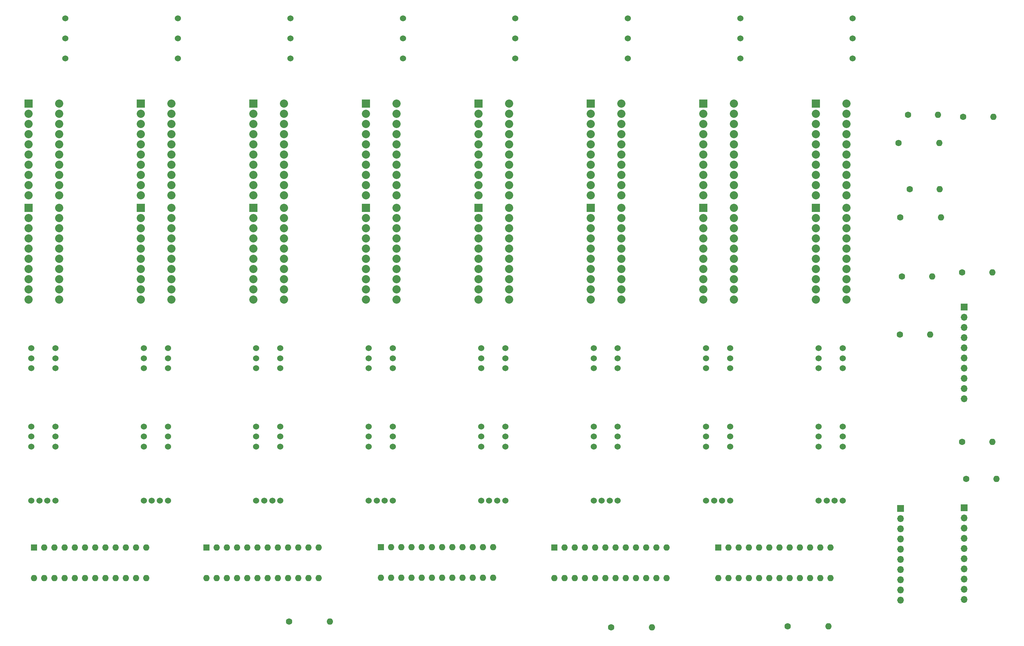
<source format=gbr>
%TF.GenerationSoftware,KiCad,Pcbnew,8.0.6*%
%TF.CreationDate,2024-12-09T18:37:17+11:00*%
%TF.ProjectId,mixer,6d697865-722e-46b6-9963-61645f706362,rev?*%
%TF.SameCoordinates,Original*%
%TF.FileFunction,Soldermask,Bot*%
%TF.FilePolarity,Negative*%
%FSLAX46Y46*%
G04 Gerber Fmt 4.6, Leading zero omitted, Abs format (unit mm)*
G04 Created by KiCad (PCBNEW 8.0.6) date 2024-12-09 18:37:17*
%MOMM*%
%LPD*%
G01*
G04 APERTURE LIST*
%ADD10C,1.524000*%
%ADD11R,2.032000X2.032000*%
%ADD12C,2.032000*%
%ADD13C,1.600000*%
%ADD14O,1.600000X1.600000*%
%ADD15R,1.700000X1.700000*%
%ADD16O,1.700000X1.700000*%
%ADD17R,1.600000X1.600000*%
G04 APERTURE END LIST*
D10*
%TO.C,solo4*%
X172000000Y-136420000D03*
X166000000Y-136420000D03*
X166000000Y-141420000D03*
X172000000Y-141420000D03*
X172000000Y-138920000D03*
X166000000Y-138920000D03*
%TD*%
%TO.C,SW4*%
X174500000Y-64170000D03*
X174500000Y-54170000D03*
X174500000Y-59170000D03*
%TD*%
%TO.C,solo7*%
X256000000Y-136420000D03*
X250000000Y-136420000D03*
X250000000Y-141420000D03*
X256000000Y-141420000D03*
X256000000Y-138920000D03*
X250000000Y-138920000D03*
%TD*%
%TO.C,oled7*%
X250000000Y-174420000D03*
X252000000Y-174420000D03*
X254000000Y-174420000D03*
X256000000Y-174420000D03*
%TD*%
%TO.C,solo5*%
X200000000Y-136420000D03*
X194000000Y-136420000D03*
X194000000Y-141420000D03*
X200000000Y-141420000D03*
X200000000Y-138920000D03*
X194000000Y-138920000D03*
%TD*%
%TO.C,SW7*%
X258500000Y-64170000D03*
X258500000Y-54170000D03*
X258500000Y-59170000D03*
%TD*%
D11*
%TO.C,BAR14*%
X221297500Y-101420000D03*
D12*
X221297500Y-103960000D03*
X221297500Y-106500000D03*
X221297500Y-109040000D03*
X221297500Y-111580000D03*
X221297500Y-114120000D03*
X221297500Y-116660000D03*
X221297500Y-119200000D03*
X221297500Y-121740000D03*
X221297500Y-124280000D03*
X228917500Y-124280000D03*
X228917500Y-121740000D03*
X228917500Y-119200000D03*
X228917500Y-116660000D03*
X228917500Y-114120000D03*
X228917500Y-111580000D03*
X228917500Y-109040000D03*
X228917500Y-106500000D03*
X228917500Y-103960000D03*
X228917500Y-101420000D03*
%TD*%
D11*
%TO.C,BAR10*%
X109297500Y-101420000D03*
D12*
X109297500Y-103960000D03*
X109297500Y-106500000D03*
X109297500Y-109040000D03*
X109297500Y-111580000D03*
X109297500Y-114120000D03*
X109297500Y-116660000D03*
X109297500Y-119200000D03*
X109297500Y-121740000D03*
X109297500Y-124280000D03*
X116917500Y-124280000D03*
X116917500Y-121740000D03*
X116917500Y-119200000D03*
X116917500Y-116660000D03*
X116917500Y-114120000D03*
X116917500Y-111580000D03*
X116917500Y-109040000D03*
X116917500Y-106500000D03*
X116917500Y-103960000D03*
X116917500Y-101420000D03*
%TD*%
D10*
%TO.C,SW8*%
X286500000Y-64170000D03*
X286500000Y-54170000D03*
X286500000Y-59170000D03*
%TD*%
%TO.C,oled3*%
X138000000Y-174420000D03*
X140000000Y-174420000D03*
X142000000Y-174420000D03*
X144000000Y-174420000D03*
%TD*%
%TO.C,oled8*%
X278000000Y-174420000D03*
X280000000Y-174420000D03*
X282000000Y-174420000D03*
X284000000Y-174420000D03*
%TD*%
%TO.C,oled1*%
X82000000Y-174420000D03*
X84000000Y-174420000D03*
X86000000Y-174420000D03*
X88000000Y-174420000D03*
%TD*%
%TO.C,SW5*%
X202500000Y-64170000D03*
X202500000Y-54170000D03*
X202500000Y-59170000D03*
%TD*%
%TO.C,mute9*%
X88000000Y-155920000D03*
X82000000Y-155920000D03*
X82000000Y-160920000D03*
X88000000Y-160920000D03*
X88000000Y-158420000D03*
X82000000Y-158420000D03*
%TD*%
%TO.C,mute12*%
X172000000Y-155920000D03*
X166000000Y-155920000D03*
X166000000Y-160920000D03*
X172000000Y-160920000D03*
X172000000Y-158420000D03*
X166000000Y-158420000D03*
%TD*%
D11*
%TO.C,BAR16*%
X277297500Y-101420000D03*
D12*
X277297500Y-103960000D03*
X277297500Y-106500000D03*
X277297500Y-109040000D03*
X277297500Y-111580000D03*
X277297500Y-114120000D03*
X277297500Y-116660000D03*
X277297500Y-119200000D03*
X277297500Y-121740000D03*
X277297500Y-124280000D03*
X284917500Y-124280000D03*
X284917500Y-121740000D03*
X284917500Y-119200000D03*
X284917500Y-116660000D03*
X284917500Y-114120000D03*
X284917500Y-111580000D03*
X284917500Y-109040000D03*
X284917500Y-106500000D03*
X284917500Y-103960000D03*
X284917500Y-101420000D03*
%TD*%
D13*
%TO.C,C1*%
X300670000Y-96750000D03*
D14*
X308170000Y-96750000D03*
%TD*%
D13*
%TO.C,C2*%
X314000000Y-78750000D03*
D14*
X321500000Y-78750000D03*
%TD*%
D10*
%TO.C,solo8*%
X284000000Y-136420000D03*
X278000000Y-136420000D03*
X278000000Y-141420000D03*
X284000000Y-141420000D03*
X284000000Y-138920000D03*
X278000000Y-138920000D03*
%TD*%
%TO.C,oled6*%
X222000000Y-174420000D03*
X224000000Y-174420000D03*
X226000000Y-174420000D03*
X228000000Y-174420000D03*
%TD*%
D11*
%TO.C,BAR9*%
X81297500Y-101420000D03*
D12*
X81297500Y-103960000D03*
X81297500Y-106500000D03*
X81297500Y-109040000D03*
X81297500Y-111580000D03*
X81297500Y-114120000D03*
X81297500Y-116660000D03*
X81297500Y-119200000D03*
X81297500Y-121740000D03*
X81297500Y-124280000D03*
X88917500Y-124280000D03*
X88917500Y-121740000D03*
X88917500Y-119200000D03*
X88917500Y-116660000D03*
X88917500Y-114120000D03*
X88917500Y-111580000D03*
X88917500Y-109040000D03*
X88917500Y-106500000D03*
X88917500Y-103960000D03*
X88917500Y-101420000D03*
%TD*%
D11*
%TO.C,BAR15*%
X249297500Y-101420000D03*
D12*
X249297500Y-103960000D03*
X249297500Y-106500000D03*
X249297500Y-109040000D03*
X249297500Y-111580000D03*
X249297500Y-114120000D03*
X249297500Y-116660000D03*
X249297500Y-119200000D03*
X249297500Y-121740000D03*
X249297500Y-124280000D03*
X256917500Y-124280000D03*
X256917500Y-121740000D03*
X256917500Y-119200000D03*
X256917500Y-116660000D03*
X256917500Y-114120000D03*
X256917500Y-111580000D03*
X256917500Y-109040000D03*
X256917500Y-106500000D03*
X256917500Y-103960000D03*
X256917500Y-101420000D03*
%TD*%
D10*
%TO.C,oled2*%
X110000000Y-174420000D03*
X112000000Y-174420000D03*
X114000000Y-174420000D03*
X116000000Y-174420000D03*
%TD*%
D11*
%TO.C,BAR11*%
X137297500Y-101420000D03*
D12*
X137297500Y-103960000D03*
X137297500Y-106500000D03*
X137297500Y-109040000D03*
X137297500Y-111580000D03*
X137297500Y-114120000D03*
X137297500Y-116660000D03*
X137297500Y-119200000D03*
X137297500Y-121740000D03*
X137297500Y-124280000D03*
X144917500Y-124280000D03*
X144917500Y-121740000D03*
X144917500Y-119200000D03*
X144917500Y-116660000D03*
X144917500Y-114120000D03*
X144917500Y-111580000D03*
X144917500Y-109040000D03*
X144917500Y-106500000D03*
X144917500Y-103960000D03*
X144917500Y-101420000D03*
%TD*%
D15*
%TO.C, 111*%
X314250000Y-176170000D03*
D16*
X314250000Y-178710000D03*
X314250000Y-181250000D03*
X314250000Y-183790000D03*
X314250000Y-186330000D03*
X314250000Y-188870000D03*
X314250000Y-191410000D03*
X314250000Y-193950000D03*
X314250000Y-196490000D03*
X314250000Y-199030000D03*
%TD*%
D11*
%TO.C,BAR4*%
X165297500Y-75420000D03*
D12*
X165297500Y-77960000D03*
X165297500Y-80500000D03*
X165297500Y-83040000D03*
X165297500Y-85580000D03*
X165297500Y-88120000D03*
X165297500Y-90660000D03*
X165297500Y-93200000D03*
X165297500Y-95740000D03*
X165297500Y-98280000D03*
X172917500Y-98280000D03*
X172917500Y-95740000D03*
X172917500Y-93200000D03*
X172917500Y-90660000D03*
X172917500Y-88120000D03*
X172917500Y-85580000D03*
X172917500Y-83040000D03*
X172917500Y-80500000D03*
X172917500Y-77960000D03*
X172917500Y-75420000D03*
%TD*%
D10*
%TO.C,SW3*%
X146500000Y-64170000D03*
X146500000Y-54170000D03*
X146500000Y-59170000D03*
%TD*%
D13*
%TO.C,R1*%
X146170000Y-204500000D03*
D14*
X156330000Y-204500000D03*
%TD*%
D11*
%TO.C,BAR12*%
X165297500Y-101420000D03*
D12*
X165297500Y-103960000D03*
X165297500Y-106500000D03*
X165297500Y-109040000D03*
X165297500Y-111580000D03*
X165297500Y-114120000D03*
X165297500Y-116660000D03*
X165297500Y-119200000D03*
X165297500Y-121740000D03*
X165297500Y-124280000D03*
X172917500Y-124280000D03*
X172917500Y-121740000D03*
X172917500Y-119200000D03*
X172917500Y-116660000D03*
X172917500Y-114120000D03*
X172917500Y-111580000D03*
X172917500Y-109040000D03*
X172917500Y-106500000D03*
X172917500Y-103960000D03*
X172917500Y-101420000D03*
%TD*%
D13*
%TO.C,R2*%
X297920000Y-85250000D03*
D14*
X308080000Y-85250000D03*
%TD*%
D10*
%TO.C,solo2*%
X116000000Y-136420000D03*
X110000000Y-136420000D03*
X110000000Y-141420000D03*
X116000000Y-141420000D03*
X116000000Y-138920000D03*
X110000000Y-138920000D03*
%TD*%
D11*
%TO.C,BAR5*%
X193297500Y-75420000D03*
D12*
X193297500Y-77960000D03*
X193297500Y-80500000D03*
X193297500Y-83040000D03*
X193297500Y-85580000D03*
X193297500Y-88120000D03*
X193297500Y-90660000D03*
X193297500Y-93200000D03*
X193297500Y-95740000D03*
X193297500Y-98280000D03*
X200917500Y-98280000D03*
X200917500Y-95740000D03*
X200917500Y-93200000D03*
X200917500Y-90660000D03*
X200917500Y-88120000D03*
X200917500Y-85580000D03*
X200917500Y-83040000D03*
X200917500Y-80500000D03*
X200917500Y-77960000D03*
X200917500Y-75420000D03*
%TD*%
D13*
%TO.C,R3*%
X298340000Y-103750000D03*
D14*
X308500000Y-103750000D03*
%TD*%
D10*
%TO.C,mute10*%
X116000000Y-155920000D03*
X110000000Y-155920000D03*
X110000000Y-160920000D03*
X116000000Y-160920000D03*
X116000000Y-158420000D03*
X110000000Y-158420000D03*
%TD*%
D13*
%TO.C,C12*%
X313750000Y-117500000D03*
D14*
X321250000Y-117500000D03*
%TD*%
D15*
%TO.C, 11*%
X314250000Y-126130000D03*
D16*
X314250000Y-128670000D03*
X314250000Y-131210000D03*
X314250000Y-133750000D03*
X314250000Y-136290000D03*
X314250000Y-138830000D03*
X314250000Y-141370000D03*
X314250000Y-143910000D03*
X314250000Y-146450000D03*
X314250000Y-148990000D03*
%TD*%
D13*
%TO.C,R5*%
X270340000Y-205750000D03*
D14*
X280500000Y-205750000D03*
%TD*%
D11*
%TO.C,BAR3*%
X137297500Y-75420000D03*
D12*
X137297500Y-77960000D03*
X137297500Y-80500000D03*
X137297500Y-83040000D03*
X137297500Y-85580000D03*
X137297500Y-88120000D03*
X137297500Y-90660000D03*
X137297500Y-93200000D03*
X137297500Y-95740000D03*
X137297500Y-98280000D03*
X144917500Y-98280000D03*
X144917500Y-95740000D03*
X144917500Y-93200000D03*
X144917500Y-90660000D03*
X144917500Y-88120000D03*
X144917500Y-85580000D03*
X144917500Y-83040000D03*
X144917500Y-80500000D03*
X144917500Y-77960000D03*
X144917500Y-75420000D03*
%TD*%
D10*
%TO.C,mute11*%
X144000000Y-155920000D03*
X138000000Y-155920000D03*
X138000000Y-160920000D03*
X144000000Y-160920000D03*
X144000000Y-158420000D03*
X138000000Y-158420000D03*
%TD*%
%TO.C,solo3*%
X144000000Y-136420000D03*
X138000000Y-136420000D03*
X138000000Y-141420000D03*
X144000000Y-141420000D03*
X144000000Y-138920000D03*
X138000000Y-138920000D03*
%TD*%
D11*
%TO.C,BAR8*%
X277297500Y-75420000D03*
D12*
X277297500Y-77960000D03*
X277297500Y-80500000D03*
X277297500Y-83040000D03*
X277297500Y-85580000D03*
X277297500Y-88120000D03*
X277297500Y-90660000D03*
X277297500Y-93200000D03*
X277297500Y-95740000D03*
X277297500Y-98280000D03*
X284917500Y-98280000D03*
X284917500Y-95740000D03*
X284917500Y-93200000D03*
X284917500Y-90660000D03*
X284917500Y-88120000D03*
X284917500Y-85580000D03*
X284917500Y-83040000D03*
X284917500Y-80500000D03*
X284917500Y-77960000D03*
X284917500Y-75420000D03*
%TD*%
D10*
%TO.C,mute13*%
X200000000Y-155920000D03*
X194000000Y-155920000D03*
X194000000Y-160920000D03*
X200000000Y-160920000D03*
X200000000Y-158420000D03*
X194000000Y-158420000D03*
%TD*%
%TO.C,oled5*%
X194000000Y-174420000D03*
X196000000Y-174420000D03*
X198000000Y-174420000D03*
X200000000Y-174420000D03*
%TD*%
D13*
%TO.C,R4*%
X226340000Y-206000000D03*
D14*
X236500000Y-206000000D03*
%TD*%
D11*
%TO.C,BAR6*%
X221297500Y-75420000D03*
D12*
X221297500Y-77960000D03*
X221297500Y-80500000D03*
X221297500Y-83040000D03*
X221297500Y-85580000D03*
X221297500Y-88120000D03*
X221297500Y-90660000D03*
X221297500Y-93200000D03*
X221297500Y-95740000D03*
X221297500Y-98280000D03*
X228917500Y-98280000D03*
X228917500Y-95740000D03*
X228917500Y-93200000D03*
X228917500Y-90660000D03*
X228917500Y-88120000D03*
X228917500Y-85580000D03*
X228917500Y-83040000D03*
X228917500Y-80500000D03*
X228917500Y-77960000D03*
X228917500Y-75420000D03*
%TD*%
D11*
%TO.C,BAR7*%
X249297500Y-75420000D03*
D12*
X249297500Y-77960000D03*
X249297500Y-80500000D03*
X249297500Y-83040000D03*
X249297500Y-85580000D03*
X249297500Y-88120000D03*
X249297500Y-90660000D03*
X249297500Y-93200000D03*
X249297500Y-95740000D03*
X249297500Y-98280000D03*
X256917500Y-98280000D03*
X256917500Y-95740000D03*
X256917500Y-93200000D03*
X256917500Y-90660000D03*
X256917500Y-88120000D03*
X256917500Y-85580000D03*
X256917500Y-83040000D03*
X256917500Y-80500000D03*
X256917500Y-77960000D03*
X256917500Y-75420000D03*
%TD*%
D13*
%TO.C,C10*%
X314750000Y-169000000D03*
D14*
X322250000Y-169000000D03*
%TD*%
D11*
%TO.C,BAR1*%
X81297500Y-75420000D03*
D12*
X81297500Y-77960000D03*
X81297500Y-80500000D03*
X81297500Y-83040000D03*
X81297500Y-85580000D03*
X81297500Y-88120000D03*
X81297500Y-90660000D03*
X81297500Y-93200000D03*
X81297500Y-95740000D03*
X81297500Y-98280000D03*
X88917500Y-98280000D03*
X88917500Y-95740000D03*
X88917500Y-93200000D03*
X88917500Y-90660000D03*
X88917500Y-88120000D03*
X88917500Y-85580000D03*
X88917500Y-83040000D03*
X88917500Y-80500000D03*
X88917500Y-77960000D03*
X88917500Y-75420000D03*
%TD*%
D10*
%TO.C,SW2*%
X118500000Y-64170000D03*
X118500000Y-54170000D03*
X118500000Y-59170000D03*
%TD*%
%TO.C,SW1*%
X90500000Y-64170000D03*
X90500000Y-54170000D03*
X90500000Y-59170000D03*
%TD*%
%TO.C,solo1*%
X88000000Y-136420000D03*
X82000000Y-136420000D03*
X82000000Y-141420000D03*
X88000000Y-141420000D03*
X88000000Y-138920000D03*
X82000000Y-138920000D03*
%TD*%
D13*
%TO.C,C13*%
X300250000Y-78250000D03*
D14*
X307750000Y-78250000D03*
%TD*%
D10*
%TO.C,mute16*%
X284000000Y-155920000D03*
X278000000Y-155920000D03*
X278000000Y-160920000D03*
X284000000Y-160920000D03*
X284000000Y-158420000D03*
X278000000Y-158420000D03*
%TD*%
%TO.C,oled4*%
X166000000Y-174420000D03*
X168000000Y-174420000D03*
X170000000Y-174420000D03*
X172000000Y-174420000D03*
%TD*%
D13*
%TO.C,C11*%
X313750000Y-159750000D03*
D14*
X321250000Y-159750000D03*
%TD*%
D10*
%TO.C,solo6*%
X228000000Y-136420000D03*
X222000000Y-136420000D03*
X222000000Y-141420000D03*
X228000000Y-141420000D03*
X228000000Y-138920000D03*
X222000000Y-138920000D03*
%TD*%
D14*
%TO.C,C9*%
X306250000Y-118500000D03*
D13*
X298750000Y-118500000D03*
%TD*%
%TO.C,C8*%
X298250000Y-133000000D03*
D14*
X305750000Y-133000000D03*
%TD*%
D10*
%TO.C,mute14*%
X228000000Y-155920000D03*
X222000000Y-155920000D03*
X222000000Y-160920000D03*
X228000000Y-160920000D03*
X228000000Y-158420000D03*
X222000000Y-158420000D03*
%TD*%
%TO.C,SW6*%
X230500000Y-64170000D03*
X230500000Y-54170000D03*
X230500000Y-59170000D03*
%TD*%
%TO.C,mute15*%
X256000000Y-155920000D03*
X250000000Y-155920000D03*
X250000000Y-160920000D03*
X256000000Y-160920000D03*
X256000000Y-158420000D03*
X250000000Y-158420000D03*
%TD*%
D11*
%TO.C,BAR2*%
X109297500Y-75420000D03*
D12*
X109297500Y-77960000D03*
X109297500Y-80500000D03*
X109297500Y-83040000D03*
X109297500Y-85580000D03*
X109297500Y-88120000D03*
X109297500Y-90660000D03*
X109297500Y-93200000D03*
X109297500Y-95740000D03*
X109297500Y-98280000D03*
X116917500Y-98280000D03*
X116917500Y-95740000D03*
X116917500Y-93200000D03*
X116917500Y-90660000D03*
X116917500Y-88120000D03*
X116917500Y-85580000D03*
X116917500Y-83040000D03*
X116917500Y-80500000D03*
X116917500Y-77960000D03*
X116917500Y-75420000D03*
%TD*%
D11*
%TO.C,BAR13*%
X193297500Y-101420000D03*
D12*
X193297500Y-103960000D03*
X193297500Y-106500000D03*
X193297500Y-109040000D03*
X193297500Y-111580000D03*
X193297500Y-114120000D03*
X193297500Y-116660000D03*
X193297500Y-119200000D03*
X193297500Y-121740000D03*
X193297500Y-124280000D03*
X200917500Y-124280000D03*
X200917500Y-121740000D03*
X200917500Y-119200000D03*
X200917500Y-116660000D03*
X200917500Y-114120000D03*
X200917500Y-111580000D03*
X200917500Y-109040000D03*
X200917500Y-106500000D03*
X200917500Y-103960000D03*
X200917500Y-101420000D03*
%TD*%
D15*
%TO.C, 1*%
X298375000Y-176325000D03*
D16*
X298375000Y-178865000D03*
X298375000Y-181405000D03*
X298375000Y-183945000D03*
X298375000Y-186485000D03*
X298375000Y-189025000D03*
X298375000Y-191565000D03*
X298375000Y-194105000D03*
X298375000Y-196645000D03*
X298375000Y-199185000D03*
%TD*%
D17*
%TO.C,U4*%
X253025000Y-186050000D03*
D14*
X255565000Y-186050000D03*
X258105000Y-186050000D03*
X260645000Y-186050000D03*
X263185000Y-186050000D03*
X265725000Y-186050000D03*
X268265000Y-186050000D03*
X270805000Y-186050000D03*
X273345000Y-186050000D03*
X275885000Y-186050000D03*
X278425000Y-186050000D03*
X280965000Y-186050000D03*
X280965000Y-193670000D03*
X278425000Y-193670000D03*
X275885000Y-193670000D03*
X273345000Y-193670000D03*
X270805000Y-193670000D03*
X268265000Y-193670000D03*
X265725000Y-193670000D03*
X263185000Y-193670000D03*
X260645000Y-193670000D03*
X258105000Y-193670000D03*
X255565000Y-193670000D03*
X253025000Y-193670000D03*
%TD*%
D17*
%TO.C,U10*%
X82720000Y-186050000D03*
D14*
X85260000Y-186050000D03*
X87800000Y-186050000D03*
X90340000Y-186050000D03*
X92880000Y-186050000D03*
X95420000Y-186050000D03*
X97960000Y-186050000D03*
X100500000Y-186050000D03*
X103040000Y-186050000D03*
X105580000Y-186050000D03*
X108120000Y-186050000D03*
X110660000Y-186050000D03*
X110660000Y-193670000D03*
X108120000Y-193670000D03*
X105580000Y-193670000D03*
X103040000Y-193670000D03*
X100500000Y-193670000D03*
X97960000Y-193670000D03*
X95420000Y-193670000D03*
X92880000Y-193670000D03*
X90340000Y-193670000D03*
X87800000Y-193670000D03*
X85260000Y-193670000D03*
X82720000Y-193670000D03*
%TD*%
D17*
%TO.C,U11*%
X169025000Y-186000000D03*
D14*
X171565000Y-186000000D03*
X174105000Y-186000000D03*
X176645000Y-186000000D03*
X179185000Y-186000000D03*
X181725000Y-186000000D03*
X184265000Y-186000000D03*
X186805000Y-186000000D03*
X189345000Y-186000000D03*
X191885000Y-186000000D03*
X194425000Y-186000000D03*
X196965000Y-186000000D03*
X196965000Y-193620000D03*
X194425000Y-193620000D03*
X191885000Y-193620000D03*
X189345000Y-193620000D03*
X186805000Y-193620000D03*
X184265000Y-193620000D03*
X181725000Y-193620000D03*
X179185000Y-193620000D03*
X176645000Y-193620000D03*
X174105000Y-193620000D03*
X171565000Y-193620000D03*
X169025000Y-193620000D03*
%TD*%
D17*
%TO.C,U12*%
X212180000Y-186050000D03*
D14*
X214720000Y-186050000D03*
X217260000Y-186050000D03*
X219800000Y-186050000D03*
X222340000Y-186050000D03*
X224880000Y-186050000D03*
X227420000Y-186050000D03*
X229960000Y-186050000D03*
X232500000Y-186050000D03*
X235040000Y-186050000D03*
X237580000Y-186050000D03*
X240120000Y-186050000D03*
X240120000Y-193670000D03*
X237580000Y-193670000D03*
X235040000Y-193670000D03*
X232500000Y-193670000D03*
X229960000Y-193670000D03*
X227420000Y-193670000D03*
X224880000Y-193670000D03*
X222340000Y-193670000D03*
X219800000Y-193670000D03*
X217260000Y-193670000D03*
X214720000Y-193670000D03*
X212180000Y-193670000D03*
%TD*%
D17*
%TO.C,U9*%
X125600000Y-186050000D03*
D14*
X128140000Y-186050000D03*
X130680000Y-186050000D03*
X133220000Y-186050000D03*
X135760000Y-186050000D03*
X138300000Y-186050000D03*
X140840000Y-186050000D03*
X143380000Y-186050000D03*
X145920000Y-186050000D03*
X148460000Y-186050000D03*
X151000000Y-186050000D03*
X153540000Y-186050000D03*
X153540000Y-193670000D03*
X151000000Y-193670000D03*
X148460000Y-193670000D03*
X145920000Y-193670000D03*
X143380000Y-193670000D03*
X140840000Y-193670000D03*
X138300000Y-193670000D03*
X135760000Y-193670000D03*
X133220000Y-193670000D03*
X130680000Y-193670000D03*
X128140000Y-193670000D03*
X125600000Y-193670000D03*
%TD*%
M02*

</source>
